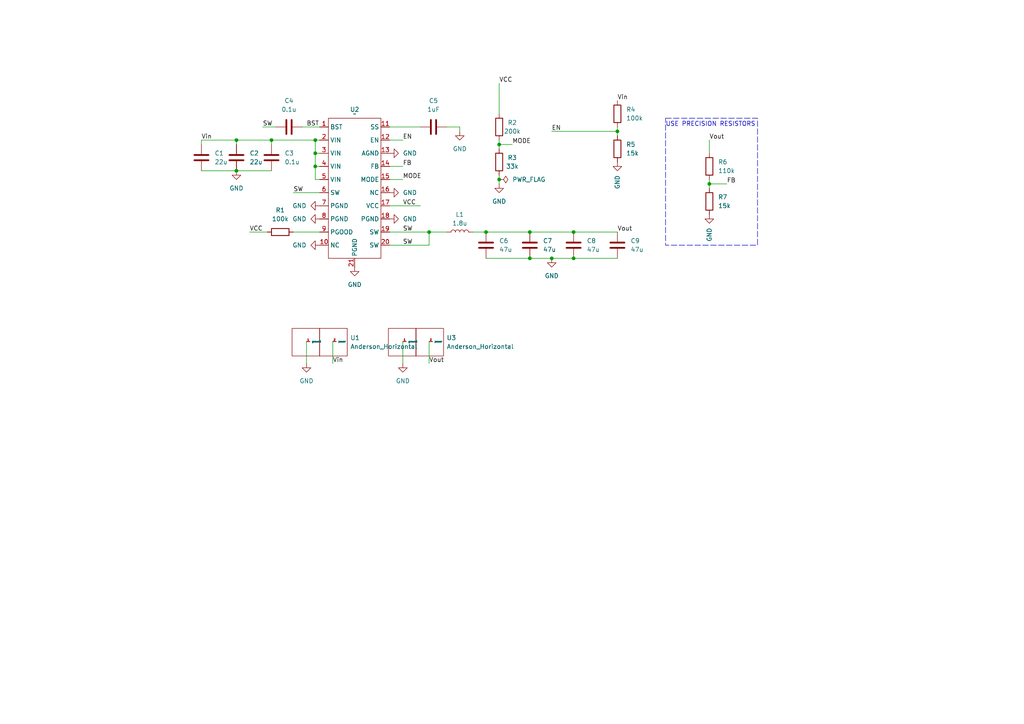
<source format=kicad_sch>
(kicad_sch (version 20230121) (generator eeschema)
  (paper "A4")
  (lib_symbols
    (symbol "Device:C" (pin_numbers hide) (pin_names (offset 0.254))
      (property "Reference" "C" (at 0.635 2.54 0))
      (property "Value" "C" (at 0.635 -2.54 0))
      (symbol "C_0_1"
        (polyline (pts (xy -2.032 -0.762) (xy 2.032 -0.762)) (stroke (width 0.508)))
        (polyline (pts (xy -2.032 0.762) (xy 2.032 0.762)) (stroke (width 0.508)))
      )
      (symbol "C_1_1"
        (pin passive line (at 0 3.81 270) (length 2.794) (name "~") (number "1"))
        (pin passive line (at 0 -3.81 90) (length 2.794) (name "~") (number "2"))
      )
    )
    (symbol "Device:L" (pin_numbers hide) (pin_names (offset 1.016) hide)
      (property "Reference" "L" (at -1.27 0 90))
      (property "Value" "L" (at 1.905 0 90))
      (symbol "L_0_1"
        (arc (start 0 -2.54) (mid 0.6323 -1.905) (end 0 -1.27))
        (arc (start 0 -1.27) (mid 0.6323 -0.635) (end 0 0))
        (arc (start 0 0) (mid 0.6323 0.635) (end 0 1.27))
        (arc (start 0 1.27) (mid 0.6323 1.905) (end 0 2.54))
      )
      (symbol "L_1_1"
        (pin passive line (at 0 3.81 270) (length 1.27) (name "1") (number "1"))
        (pin passive line (at 0 -3.81 90) (length 1.27) (name "2") (number "2"))
      )
    )
    (symbol "Device:R" (pin_numbers hide) (pin_names (offset 0))
      (property "Reference" "R" (at 2.032 0 90))
      (property "Value" "R" (at 0 0 90))
      (symbol "R_0_1"
        (rectangle (start -1.016 -2.54) (end 1.016 2.54) (stroke (width 0.254)))
      )
      (symbol "R_1_1"
        (pin passive line (at 0 3.81 270) (length 1.27) (name "~") (number "1"))
        (pin passive line (at 0 -3.81 90) (length 1.27) (name "~") (number "2"))
      )
    )
    (symbol "PiE_Symbols:Anderson_Horizontal"
      (property "Reference" "U" (at 0 4.54 0))
      (property "Value" "Anderson_Horizontal" (at 0 2 0))
      (symbol "Anderson_Horizontal_0_1"
        (rectangle (start 0 0) (end -8 -8))
        (rectangle (start 0 0) (end 8 -8))
      )
      (symbol "Anderson_Horizontal_1_1"
        (pin passive line (at -3.81 -3.81 0) (length 1) (name "ground") (number "1"))
        (pin passive line (at 3.81 -3.81 0) (length 1) (name "power") (number "2"))
      )
    )
    (symbol "PiE_Symbols:TPS56C230"
      (property "Reference" "U" (at 0 19.05 0))
      (symbol "TPS56C230_0_1"
        (rectangle (start -7.62 17.78) (end 7.62 -22.86))
      )
      (symbol "TPS56C230_1_1"
        (pin input line (at -10.16 15.24 0) (length 2.54) (name "BST") (number "1"))
        (pin passive line (at -10.16 -19.05 0) (length 2.54) (name "NC") (number "10"))
        (pin input line (at 10.16 15.24 180) (length 2.54) (name "SS") (number "11"))
        (pin bidirectional line (at 10.16 11.43 180) (length 2.54) (name "EN") (number "12"))
        (pin passive line (at 10.16 7.62 180) (length 2.54) (name "AGND") (number "13"))
        (pin bidirectional line (at 10.16 3.81 180) (length 2.54) (name "FB") (number "14"))
        (pin bidirectional line (at 10.16 0 180) (length 2.54) (name "MODE") (number "15"))
        (pin passive line (at 10.16 -3.81 180) (length 2.54) (name "NC") (number "16"))
        (pin bidirectional line (at 10.16 -7.62 180) (length 2.54) (name "VCC") (number "17"))
        (pin passive line (at 10.16 -11.43 180) (length 2.54) (name "PGND") (number "18"))
        (pin bidirectional line (at 10.16 -15.24 180) (length 2.54) (name "SW") (number "19"))
        (pin passive line (at -10.16 11.43 0) (length 2.54) (name "VIN") (number "2"))
        (pin bidirectional line (at 10.16 -19.05 180) (length 2.54) (name "SW") (number "20"))
        (pin passive line (at 0 -25.4 90) (length 2.54) (name "PGND") (number "21"))
        (pin passive line (at -10.16 7.62 0) (length 2.54) (name "VIN") (number "3"))
        (pin passive line (at -10.16 3.81 0) (length 2.54) (name "VIN") (number "4"))
        (pin passive line (at -10.16 0 0) (length 2.54) (name "VIN") (number "5"))
        (pin output line (at -10.16 -3.81 0) (length 2.54) (name "SW") (number "6"))
        (pin passive line (at -10.16 -7.62 0) (length 2.54) (name "PGND") (number "7"))
        (pin passive line (at -10.16 -11.43 0) (length 2.54) (name "PGND") (number "8"))
        (pin output line (at -10.16 -15.24 0) (length 2.54) (name "PGOOD") (number "9"))
      )
    )
    (symbol "power:GND" (power) (pin_names (offset 0))
      (property "Value" "GND" (at 0 -3.81 0))
      (symbol "GND_0_1"
        (polyline (pts (xy 0 0) (xy 0 -1.27) (xy 1.27 -1.27) (xy 0 -2.54) (xy -1.27 -1.27) (xy 0 -1.27)))
      )
      (symbol "GND_1_1"
        (pin power_in line (at 0 0 270) (length 0) hide (name "GND") (number "1"))
      )
    )
    (symbol "power:PWR_FLAG" (power) (pin_numbers hide) (pin_names (offset 0) hide)
      (property "Value" "PWR_FLAG" (at 0 3.81 0))
      (symbol "PWR_FLAG_0_0"
        (pin power_out line (at 0 0 90) (length 0) (name "pwr") (number "1"))
      )
      (symbol "PWR_FLAG_0_1"
        (polyline (pts (xy 0 0) (xy 0 1.27) (xy -1.016 1.905) (xy 0 2.54) (xy 1.016 1.905) (xy 0 1.27)))
      )
    )
  )
  (junction (at 144.78 41.91))
  (junction (at 179.07 38.1))
  (junction (at 91.44 40.64))
  (junction (at 166.37 74.93))
  (junction (at 91.44 48.26))
  (junction (at 205.74 53.34))
  (junction (at 68.58 40.64))
  (junction (at 91.44 44.45))
  (junction (at 140.97 67.31))
  (junction (at 153.67 67.31))
  (junction (at 160.02 74.93))
  (junction (at 68.58 49.53))
  (junction (at 166.37 67.31))
  (junction (at 124.46 67.31))
  (junction (at 153.67 74.93))
  (junction (at 144.78 52.07))
  (junction (at 78.74 40.64))
  (wire (pts (xy 160.02 38.1) (xy 179.07 38.1)))
  (wire (pts (xy 91.44 48.26) (xy 92.71 48.26)))
  (wire (pts (xy 92.71 40.64) (xy 91.44 40.64)))
  (wire (pts (xy 144.78 40.64) (xy 144.78 41.91)))
  (wire (pts (xy 179.07 38.1) (xy 179.07 39.37)))
  (wire (pts (xy 144.78 24.13) (xy 144.78 33.02)))
  (wire (pts (xy 92.71 52.07) (xy 91.44 52.07)))
  (wire (pts (xy 124.46 67.31) (xy 124.46 71.12)))
  (wire (pts (xy 205.74 52.07) (xy 205.74 53.34)))
  (wire (pts (xy 205.74 40.64) (xy 205.74 44.45)))
  (wire (pts (xy 144.78 53.34) (xy 144.78 52.07)))
  (wire (pts (xy 78.74 40.64) (xy 68.58 40.64)))
  (wire (pts (xy 113.03 36.83) (xy 121.92 36.83)))
  (wire (pts (xy 113.03 40.64) (xy 116.84 40.64)))
  (wire (pts (xy 179.07 36.83) (xy 179.07 38.1)))
  (wire (pts (xy 72.39 67.31) (xy 77.47 67.31)))
  (wire (pts (xy 144.78 41.91) (xy 144.78 43.18)))
  (wire (pts (xy 116.84 99.06) (xy 116.84 105.41)))
  (wire (pts (xy 91.44 44.45) (xy 92.71 44.45)))
  (wire (pts (xy 76.2 36.83) (xy 80.01 36.83)))
  (wire (pts (xy 113.03 67.31) (xy 124.46 67.31)))
  (wire (pts (xy 68.58 40.64) (xy 58.42 40.64)))
  (wire (pts (xy 140.97 74.93) (xy 153.67 74.93)))
  (wire (pts (xy 113.03 48.26) (xy 116.84 48.26)))
  (wire (pts (xy 68.58 40.64) (xy 68.58 41.91)))
  (wire (pts (xy 78.74 40.64) (xy 78.74 41.91)))
  (wire (pts (xy 85.09 55.88) (xy 92.71 55.88)))
  (wire (pts (xy 133.35 36.83) (xy 133.35 38.1)))
  (wire (pts (xy 144.78 41.91) (xy 148.59 41.91)))
  (wire (pts (xy 113.03 59.69) (xy 121.92 59.69)))
  (wire (pts (xy 91.44 40.64) (xy 91.44 44.45)))
  (wire (pts (xy 58.42 40.64) (xy 58.42 41.91)))
  (wire (pts (xy 205.74 53.34) (xy 205.74 54.61)))
  (wire (pts (xy 58.42 49.53) (xy 68.58 49.53)))
  (wire (pts (xy 68.58 49.53) (xy 78.74 49.53)))
  (wire (pts (xy 88.9 99.06) (xy 88.9 105.41)))
  (wire (pts (xy 166.37 67.31) (xy 179.07 67.31)))
  (wire (pts (xy 137.16 67.31) (xy 140.97 67.31)))
  (wire (pts (xy 205.74 53.34) (xy 210.82 53.34)))
  (wire (pts (xy 85.09 67.31) (xy 92.71 67.31)))
  (wire (pts (xy 91.44 40.64) (xy 78.74 40.64)))
  (wire (pts (xy 96.52 99.06) (xy 96.52 105.41)))
  (wire (pts (xy 144.78 52.07) (xy 144.78 50.8)))
  (wire (pts (xy 124.46 99.06) (xy 124.46 105.41)))
  (wire (pts (xy 166.37 74.93) (xy 179.07 74.93)))
  (wire (pts (xy 91.44 48.26) (xy 91.44 52.07)))
  (wire (pts (xy 160.02 74.93) (xy 166.37 74.93)))
  (wire (pts (xy 140.97 67.31) (xy 153.67 67.31)))
  (wire (pts (xy 124.46 67.31) (xy 129.54 67.31)))
  (wire (pts (xy 113.03 52.07) (xy 116.84 52.07)))
  (wire (pts (xy 153.67 67.31) (xy 166.37 67.31)))
  (wire (pts (xy 91.44 44.45) (xy 91.44 48.26)))
  (wire (pts (xy 129.54 36.83) (xy 133.35 36.83)))
  (wire (pts (xy 153.67 74.93) (xy 160.02 74.93)))
  (wire (pts (xy 113.03 71.12) (xy 124.46 71.12)))
  (wire (pts (xy 87.63 36.83) (xy 92.71 36.83)))
  (rectangle (start 193.04 34.29) (end 219.71 71.12) (stroke (width 0) (type dash)))
  (text "USE PRECISION RESISTORS" (at 193.04 36.83 0) (effects (font (size 1.27 1.27)) (justify left bottom)))
  (label "Vout" (at 124.46 105.41 0))
  (label "Vin" (at 179.07 29.21 0))
  (label "FB" (at 210.82 53.34 0))
  (label "VCC" (at 72.39 67.31 0))
  (label "SW" (at 116.84 71.12 0))
  (label "SW" (at 85.09 55.88 0))
  (label "MODE" (at 148.59 41.91 0))
  (label "EN" (at 116.84 40.64 0))
  (label "Vout" (at 179.07 67.31 0))
  (label "SW" (at 76.2 36.83 0))
  (label "VCC" (at 116.84 59.69 0))
  (label "Vout" (at 205.74 40.64 0))
  (label "Vin" (at 96.52 105.41 0))
  (label "VCC" (at 144.78 24.13 0))
  (label "SW" (at 116.84 67.31 0))
  (label "MODE" (at 116.84 52.07 0))
  (label "BST" (at 88.9 36.83 0))
  (label "FB" (at 116.84 48.26 0))
  (label "Vin" (at 58.42 40.64 0))
  (label "EN" (at 160.02 38.1 0))
  (symbol (lib_id "Device:R") (at 179.07 33.02 0) (unit 1)
    (property "Reference" "R4" (at 181.61 31.75 0) (effects (justify left)))
    (property "Value" "100k" (at 181.61 34.29 0) (effects (justify left)))
    (property "Footprint" "Resistor_SMD:R_0402_1005Metric" (effects hide))
  )
  (symbol (lib_id "Device:L") (at 133.35 67.31 90) (unit 1)
    (property "Reference" "L1" (at 133.35 62.23 90))
    (property "Value" "1.8u" (at 133.35 64.77 90))
    (property "Footprint" "PiE_Footprints:125CDMCCDS-1R8MC" (effects hide))
  )
  (symbol (lib_id "power:GND") (at 144.78 53.34 0) (unit 1)
    (property "Reference" "#PWR012" (effects hide))
    (property "Value" "GND" (at 144.78 58.42 0))
  )
  (symbol (lib_id "Device:C") (at 179.07 71.12 180) (unit 1)
    (property "Reference" "C9" (at 182.88 69.85 0) (effects (justify right)))
    (property "Value" "47u" (at 182.88 72.39 0) (effects (justify right)))
    (property "Footprint" "Capacitor_SMD:C_1206_3216Metric" (effects hide))
  )
  (symbol (lib_id "PiE_Symbols:TPS56C230") (at 102.87 52.07 0) (unit 1)
    (property "Reference" "U2" (at 102.87 31.75 0))
    (property "Value" "~" (at 102.87 33.02 0))
    (property "Footprint" "PiE_Footprints:TPS56C230RJER" (effects hide))
  )
  (symbol (lib_id "Device:C") (at 83.82 36.83 90) (unit 1)
    (property "Reference" "C4" (at 83.82 29.21 90))
    (property "Value" "0.1u" (at 83.82 31.75 90))
    (property "Footprint" "Capacitor_SMD:C_1206_3216Metric" (effects hide))
  )
  (symbol (lib_id "power:GND") (at 113.03 44.45 90) (unit 1)
    (property "Reference" "#PWR07" (effects hide))
    (property "Value" "GND" (at 116.84 44.45 90) (effects (justify right)))
  )
  (symbol (lib_id "power:PWR_FLAG") (at 144.78 52.07 270) (unit 1)
    (property "Reference" "#FLG01" (effects hide))
    (property "Value" "PWR_FLAG" (at 148.59 52.07 90) (effects (justify left)))
  )
  (symbol (lib_id "Device:C") (at 166.37 71.12 180) (unit 1)
    (property "Reference" "C8" (at 170.18 69.85 0) (effects (justify right)))
    (property "Value" "47u" (at 170.18 72.39 0) (effects (justify right)))
    (property "Footprint" "Capacitor_SMD:C_1206_3216Metric" (effects hide))
  )
  (symbol (lib_id "Device:C") (at 153.67 71.12 180) (unit 1)
    (property "Reference" "C7" (at 157.48 69.85 0) (effects (justify right)))
    (property "Value" "47u" (at 157.48 72.39 0) (effects (justify right)))
    (property "Footprint" "Capacitor_SMD:C_1206_3216Metric" (effects hide))
  )
  (symbol (lib_id "Device:R") (at 205.74 58.42 0) (unit 1)
    (property "Reference" "R7" (at 208.28 57.15 0) (effects (justify left)))
    (property "Value" "15k" (at 208.28 59.69 0) (effects (justify left)))
    (property "Footprint" "Resistor_SMD:R_0603_1608Metric" (effects hide))
  )
  (symbol (lib_id "PiE_Symbols:Anderson_Horizontal") (at 92.71 95.25 0) (unit 1)
    (property "Reference" "U1" (at 101.6 97.98 0) (effects (justify left)))
    (property "Value" "Anderson_Horizontal" (at 101.6 100.52 0) (effects (justify left)))
    (property "Footprint" "PiE_Footprints:anderson_horizontal" (effects hide))
  )
  (symbol (lib_id "power:GND") (at 92.71 71.12 270) (unit 1)
    (property "Reference" "#PWR05" (effects hide))
    (property "Value" "GND" (at 88.9 71.12 90) (effects (justify right)))
  )
  (symbol (lib_id "Device:R") (at 144.78 36.83 0) (unit 1)
    (property "Reference" "R2" (at 148.59 35.56 0))
    (property "Value" "200k" (at 148.59 38.1 0))
    (property "Footprint" "Resistor_SMD:R_0402_1005Metric" (effects hide))
  )
  (symbol (lib_id "Device:C") (at 140.97 71.12 180) (unit 1)
    (property "Reference" "C6" (at 144.78 69.85 0) (effects (justify right)))
    (property "Value" "47u" (at 144.78 72.39 0) (effects (justify right)))
    (property "Footprint" "Capacitor_SMD:C_1206_3216Metric" (effects hide))
  )
  (symbol (lib_id "Device:R") (at 81.28 67.31 90) (unit 1)
    (property "Reference" "R1" (at 81.28 60.96 90))
    (property "Value" "100k" (at 81.28 63.5 90))
    (property "Footprint" "Resistor_SMD:R_0402_1005Metric" (effects hide))
  )
  (symbol (lib_id "power:GND") (at 68.58 49.53 0) (unit 1)
    (property "Reference" "#PWR01" (effects hide))
    (property "Value" "GND" (at 68.58 54.61 0))
  )
  (symbol (lib_id "Device:C") (at 78.74 45.72 180) (unit 1)
    (property "Reference" "C3" (at 82.55 44.45 0) (effects (justify right)))
    (property "Value" "0.1u" (at 82.55 46.99 0) (effects (justify right)))
    (property "Footprint" "Capacitor_SMD:C_1206_3216Metric" (effects hide))
  )
  (symbol (lib_id "power:GND") (at 205.74 62.23 0) (unit 1)
    (property "Reference" "#PWR015" (effects hide))
    (property "Value" "GND" (at 205.74 66.04 90) (effects (justify right)))
  )
  (symbol (lib_id "power:GND") (at 116.84 105.41 0) (unit 1)
    (property "Reference" "#PWR010" (effects hide))
    (property "Value" "GND" (at 116.84 110.49 0))
  )
  (symbol (lib_id "PiE_Symbols:Anderson_Horizontal") (at 120.65 95.25 0) (unit 1)
    (property "Reference" "U3" (at 129.54 97.98 0) (effects (justify left)))
    (property "Value" "Anderson_Horizontal" (at 129.54 100.52 0) (effects (justify left)))
    (property "Footprint" "PiE_Footprints:anderson_horizontal" (effects hide))
  )
  (symbol (lib_id "power:GND") (at 92.71 59.69 270) (unit 1)
    (property "Reference" "#PWR03" (effects hide))
    (property "Value" "GND" (at 88.9 59.69 90) (effects (justify right)))
  )
  (symbol (lib_id "Device:R") (at 179.07 43.18 0) (unit 1)
    (property "Reference" "R5" (at 181.61 41.91 0) (effects (justify left)))
    (property "Value" "15k" (at 181.61 44.45 0) (effects (justify left)))
    (property "Footprint" "Resistor_SMD:R_0402_1005Metric" (effects hide))
  )
  (symbol (lib_id "power:GND") (at 88.9 105.41 0) (unit 1)
    (property "Reference" "#PWR02" (effects hide))
    (property "Value" "GND" (at 88.9 110.49 0))
  )
  (symbol (lib_id "Device:R") (at 144.78 46.99 0) (unit 1)
    (property "Reference" "R3" (at 148.59 45.72 0))
    (property "Value" "33k" (at 148.59 48.26 0))
    (property "Footprint" "Resistor_SMD:R_0402_1005Metric" (effects hide))
  )
  (symbol (lib_id "power:GND") (at 113.03 63.5 90) (unit 1)
    (property "Reference" "#PWR09" (effects hide))
    (property "Value" "GND" (at 116.84 63.5 90) (effects (justify right)))
  )
  (symbol (lib_id "power:GND") (at 179.07 46.99 0) (unit 1)
    (property "Reference" "#PWR014" (effects hide))
    (property "Value" "GND" (at 179.07 50.8 90) (effects (justify right)))
  )
  (symbol (lib_id "power:GND") (at 102.87 77.47 0) (unit 1)
    (property "Reference" "#PWR06" (effects hide))
    (property "Value" "GND" (at 102.87 82.55 0))
  )
  (symbol (lib_id "power:GND") (at 113.03 55.88 90) (unit 1)
    (property "Reference" "#PWR08" (effects hide))
    (property "Value" "GND" (at 116.84 55.88 90) (effects (justify right)))
  )
  (symbol (lib_id "Device:C") (at 58.42 45.72 180) (unit 1)
    (property "Reference" "C1" (at 62.23 44.45 0) (effects (justify right)))
    (property "Value" "22u" (at 62.23 46.99 0) (effects (justify right)))
    (property "Footprint" "Capacitor_SMD:C_1206_3216Metric" (effects hide))
  )
  (symbol (lib_id "Device:C") (at 68.58 45.72 180) (unit 1)
    (property "Reference" "C2" (at 72.39 44.45 0) (effects (justify right)))
    (property "Value" "22u" (at 72.39 46.99 0) (effects (justify right)))
    (property "Footprint" "Capacitor_SMD:C_1206_3216Metric" (effects hide))
  )
  (symbol (lib_id "Device:R") (at 205.74 48.26 0) (unit 1)
    (property "Reference" "R6" (at 208.28 46.99 0) (effects (justify left)))
    (property "Value" "110k" (at 208.28 49.53 0) (effects (justify left)))
    (property "Footprint" "Resistor_SMD:R_0603_1608Metric" (effects hide))
  )
  (symbol (lib_id "power:GND") (at 160.02 74.93 0) (unit 1)
    (property "Reference" "#PWR013" (effects hide))
    (property "Value" "GND" (at 160.02 80.01 0))
  )
  (symbol (lib_id "power:GND") (at 92.71 63.5 270) (unit 1)
    (property "Reference" "#PWR04" (effects hide))
    (property "Value" "GND" (at 88.9 63.5 90) (effects (justify right)))
  )
  (symbol (lib_id "power:GND") (at 133.35 38.1 0) (unit 1)
    (property "Reference" "#PWR011" (effects hide))
    (property "Value" "GND" (at 133.35 43.18 0))
  )
  (symbol (lib_id "Device:C") (at 125.73 36.83 90) (unit 1)
    (property "Reference" "C5" (at 125.73 29.21 90))
    (property "Value" "1uF" (at 125.73 31.75 90))
    (property "Footprint" "Capacitor_SMD:C_0603_1608Metric_Pad1.08x0.95mm_HandSolder" (effects hide))
  )
)
</source>
